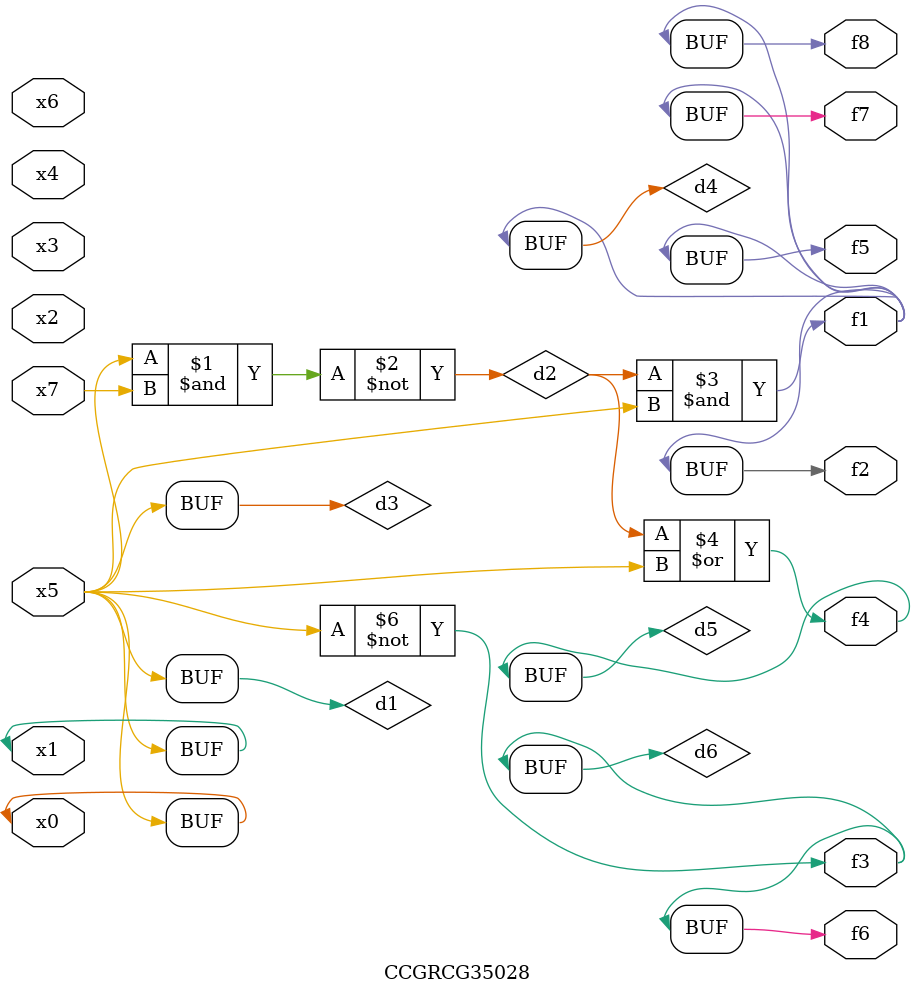
<source format=v>
module CCGRCG35028(
	input x0, x1, x2, x3, x4, x5, x6, x7,
	output f1, f2, f3, f4, f5, f6, f7, f8
);

	wire d1, d2, d3, d4, d5, d6;

	buf (d1, x0, x5);
	nand (d2, x5, x7);
	buf (d3, x0, x1);
	and (d4, d2, d3);
	or (d5, d2, d3);
	nor (d6, d1, d3);
	assign f1 = d4;
	assign f2 = d4;
	assign f3 = d6;
	assign f4 = d5;
	assign f5 = d4;
	assign f6 = d6;
	assign f7 = d4;
	assign f8 = d4;
endmodule

</source>
